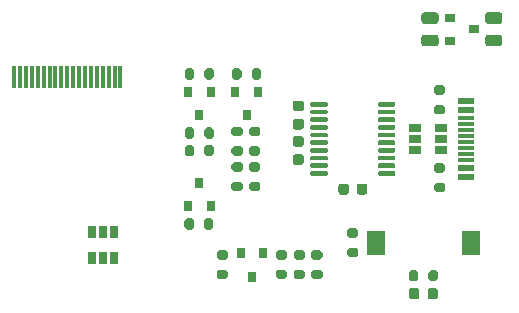
<source format=gbr>
%TF.GenerationSoftware,KiCad,Pcbnew,5.1.9-73d0e3b20d~88~ubuntu20.04.1*%
%TF.CreationDate,2021-04-10T19:31:35+02:00*%
%TF.ProjectId,wally,77616c6c-792e-46b6-9963-61645f706362,v1.00*%
%TF.SameCoordinates,Original*%
%TF.FileFunction,Paste,Top*%
%TF.FilePolarity,Positive*%
%FSLAX46Y46*%
G04 Gerber Fmt 4.6, Leading zero omitted, Abs format (unit mm)*
G04 Created by KiCad (PCBNEW 5.1.9-73d0e3b20d~88~ubuntu20.04.1) date 2021-04-10 19:31:35*
%MOMM*%
%LPD*%
G01*
G04 APERTURE LIST*
%ADD10R,1.060000X0.650000*%
%ADD11R,1.450000X0.300000*%
%ADD12R,1.450000X0.600000*%
%ADD13R,0.300000X1.900000*%
%ADD14R,0.800000X0.900000*%
%ADD15R,0.900000X0.800000*%
%ADD16R,0.650000X1.060000*%
%ADD17R,1.500000X2.000000*%
G04 APERTURE END LIST*
D10*
%TO.C,U3*%
X165500000Y-100000000D03*
X165500000Y-99050000D03*
X165500000Y-100950000D03*
X163300000Y-100950000D03*
X163300000Y-100000000D03*
X163300000Y-99050000D03*
%TD*%
D11*
%TO.C,J1*%
X167555000Y-100250000D03*
X167555000Y-98250000D03*
X167555000Y-98750000D03*
X167555000Y-99250000D03*
X167555000Y-99750000D03*
X167555000Y-100750000D03*
X167555000Y-101250000D03*
X167555000Y-101750000D03*
D12*
X167555000Y-96750000D03*
X167555000Y-97550000D03*
X167555000Y-102450000D03*
X167555000Y-103250000D03*
X167555000Y-103250000D03*
X167555000Y-102450000D03*
X167555000Y-97550000D03*
X167555000Y-96750000D03*
%TD*%
D13*
%TO.C,J3*%
X129325000Y-94750000D03*
X129825000Y-94750000D03*
X130325000Y-94750000D03*
X130825000Y-94750000D03*
X131325000Y-94750000D03*
X131825000Y-94750000D03*
X132325000Y-94750000D03*
X132825000Y-94750000D03*
X133325000Y-94750000D03*
X133825000Y-94750000D03*
X134325000Y-94750000D03*
X134825000Y-94750000D03*
X135325000Y-94750000D03*
X135825000Y-94750000D03*
X136325000Y-94750000D03*
X136825000Y-94750000D03*
X137325000Y-94750000D03*
X137825000Y-94750000D03*
X138325000Y-94750000D03*
%TD*%
%TO.C,C2*%
G36*
G01*
X153640000Y-102205000D02*
X153140000Y-102205000D01*
G75*
G02*
X152915000Y-101980000I0J225000D01*
G01*
X152915000Y-101530000D01*
G75*
G02*
X153140000Y-101305000I225000J0D01*
G01*
X153640000Y-101305000D01*
G75*
G02*
X153865000Y-101530000I0J-225000D01*
G01*
X153865000Y-101980000D01*
G75*
G02*
X153640000Y-102205000I-225000J0D01*
G01*
G37*
G36*
G01*
X153640000Y-100655000D02*
X153140000Y-100655000D01*
G75*
G02*
X152915000Y-100430000I0J225000D01*
G01*
X152915000Y-99980000D01*
G75*
G02*
X153140000Y-99755000I225000J0D01*
G01*
X153640000Y-99755000D01*
G75*
G02*
X153865000Y-99980000I0J-225000D01*
G01*
X153865000Y-100430000D01*
G75*
G02*
X153640000Y-100655000I-225000J0D01*
G01*
G37*
%TD*%
%TO.C,C1*%
G36*
G01*
X153140000Y-98305000D02*
X153640000Y-98305000D01*
G75*
G02*
X153865000Y-98530000I0J-225000D01*
G01*
X153865000Y-98980000D01*
G75*
G02*
X153640000Y-99205000I-225000J0D01*
G01*
X153140000Y-99205000D01*
G75*
G02*
X152915000Y-98980000I0J225000D01*
G01*
X152915000Y-98530000D01*
G75*
G02*
X153140000Y-98305000I225000J0D01*
G01*
G37*
G36*
G01*
X153140000Y-96755000D02*
X153640000Y-96755000D01*
G75*
G02*
X153865000Y-96980000I0J-225000D01*
G01*
X153865000Y-97430000D01*
G75*
G02*
X153640000Y-97655000I-225000J0D01*
G01*
X153140000Y-97655000D01*
G75*
G02*
X152915000Y-97430000I0J225000D01*
G01*
X152915000Y-96980000D01*
G75*
G02*
X153140000Y-96755000I225000J0D01*
G01*
G37*
%TD*%
%TO.C,R3*%
G36*
G01*
X157725000Y-109225000D02*
X158275000Y-109225000D01*
G75*
G02*
X158475000Y-109425000I0J-200000D01*
G01*
X158475000Y-109825000D01*
G75*
G02*
X158275000Y-110025000I-200000J0D01*
G01*
X157725000Y-110025000D01*
G75*
G02*
X157525000Y-109825000I0J200000D01*
G01*
X157525000Y-109425000D01*
G75*
G02*
X157725000Y-109225000I200000J0D01*
G01*
G37*
G36*
G01*
X157725000Y-107575000D02*
X158275000Y-107575000D01*
G75*
G02*
X158475000Y-107775000I0J-200000D01*
G01*
X158475000Y-108175000D01*
G75*
G02*
X158275000Y-108375000I-200000J0D01*
G01*
X157725000Y-108375000D01*
G75*
G02*
X157525000Y-108175000I0J200000D01*
G01*
X157525000Y-107775000D01*
G75*
G02*
X157725000Y-107575000I200000J0D01*
G01*
G37*
%TD*%
%TO.C,R8*%
G36*
G01*
X147775000Y-94775000D02*
X147775000Y-94225000D01*
G75*
G02*
X147975000Y-94025000I200000J0D01*
G01*
X148375000Y-94025000D01*
G75*
G02*
X148575000Y-94225000I0J-200000D01*
G01*
X148575000Y-94775000D01*
G75*
G02*
X148375000Y-94975000I-200000J0D01*
G01*
X147975000Y-94975000D01*
G75*
G02*
X147775000Y-94775000I0J200000D01*
G01*
G37*
G36*
G01*
X149425000Y-94775000D02*
X149425000Y-94225000D01*
G75*
G02*
X149625000Y-94025000I200000J0D01*
G01*
X150025000Y-94025000D01*
G75*
G02*
X150225000Y-94225000I0J-200000D01*
G01*
X150225000Y-94775000D01*
G75*
G02*
X150025000Y-94975000I-200000J0D01*
G01*
X149625000Y-94975000D01*
G75*
G02*
X149425000Y-94775000I0J200000D01*
G01*
G37*
%TD*%
%TO.C,R14*%
G36*
G01*
X143740000Y-107475000D02*
X143740000Y-106925000D01*
G75*
G02*
X143940000Y-106725000I200000J0D01*
G01*
X144340000Y-106725000D01*
G75*
G02*
X144540000Y-106925000I0J-200000D01*
G01*
X144540000Y-107475000D01*
G75*
G02*
X144340000Y-107675000I-200000J0D01*
G01*
X143940000Y-107675000D01*
G75*
G02*
X143740000Y-107475000I0J200000D01*
G01*
G37*
G36*
G01*
X145390000Y-107475000D02*
X145390000Y-106925000D01*
G75*
G02*
X145590000Y-106725000I200000J0D01*
G01*
X145990000Y-106725000D01*
G75*
G02*
X146190000Y-106925000I0J-200000D01*
G01*
X146190000Y-107475000D01*
G75*
G02*
X145990000Y-107675000I-200000J0D01*
G01*
X145590000Y-107675000D01*
G75*
G02*
X145390000Y-107475000I0J200000D01*
G01*
G37*
%TD*%
D14*
%TO.C,Q4*%
X144050000Y-105700000D03*
X145950000Y-105700000D03*
X145000000Y-103700000D03*
%TD*%
%TO.C,Q3*%
X149460000Y-111650000D03*
X148510000Y-109650000D03*
X150410000Y-109650000D03*
%TD*%
%TO.C,C3*%
G36*
G01*
X158325000Y-104500000D02*
X158325000Y-104000000D01*
G75*
G02*
X158550000Y-103775000I225000J0D01*
G01*
X159000000Y-103775000D01*
G75*
G02*
X159225000Y-104000000I0J-225000D01*
G01*
X159225000Y-104500000D01*
G75*
G02*
X159000000Y-104725000I-225000J0D01*
G01*
X158550000Y-104725000D01*
G75*
G02*
X158325000Y-104500000I0J225000D01*
G01*
G37*
G36*
G01*
X156775000Y-104500000D02*
X156775000Y-104000000D01*
G75*
G02*
X157000000Y-103775000I225000J0D01*
G01*
X157450000Y-103775000D01*
G75*
G02*
X157675000Y-104000000I0J-225000D01*
G01*
X157675000Y-104500000D01*
G75*
G02*
X157450000Y-104725000I-225000J0D01*
G01*
X157000000Y-104725000D01*
G75*
G02*
X156775000Y-104500000I0J225000D01*
G01*
G37*
%TD*%
%TO.C,C4*%
G36*
G01*
X169455000Y-91170000D02*
X170405000Y-91170000D01*
G75*
G02*
X170655000Y-91420000I0J-250000D01*
G01*
X170655000Y-91920000D01*
G75*
G02*
X170405000Y-92170000I-250000J0D01*
G01*
X169455000Y-92170000D01*
G75*
G02*
X169205000Y-91920000I0J250000D01*
G01*
X169205000Y-91420000D01*
G75*
G02*
X169455000Y-91170000I250000J0D01*
G01*
G37*
G36*
G01*
X169455000Y-89270000D02*
X170405000Y-89270000D01*
G75*
G02*
X170655000Y-89520000I0J-250000D01*
G01*
X170655000Y-90020000D01*
G75*
G02*
X170405000Y-90270000I-250000J0D01*
G01*
X169455000Y-90270000D01*
G75*
G02*
X169205000Y-90020000I0J250000D01*
G01*
X169205000Y-89520000D01*
G75*
G02*
X169455000Y-89270000I250000J0D01*
G01*
G37*
%TD*%
%TO.C,C5*%
G36*
G01*
X165005000Y-92170000D02*
X164055000Y-92170000D01*
G75*
G02*
X163805000Y-91920000I0J250000D01*
G01*
X163805000Y-91420000D01*
G75*
G02*
X164055000Y-91170000I250000J0D01*
G01*
X165005000Y-91170000D01*
G75*
G02*
X165255000Y-91420000I0J-250000D01*
G01*
X165255000Y-91920000D01*
G75*
G02*
X165005000Y-92170000I-250000J0D01*
G01*
G37*
G36*
G01*
X165005000Y-90270000D02*
X164055000Y-90270000D01*
G75*
G02*
X163805000Y-90020000I0J250000D01*
G01*
X163805000Y-89520000D01*
G75*
G02*
X164055000Y-89270000I250000J0D01*
G01*
X165005000Y-89270000D01*
G75*
G02*
X165255000Y-89520000I0J-250000D01*
G01*
X165255000Y-90020000D01*
G75*
G02*
X165005000Y-90270000I-250000J0D01*
G01*
G37*
%TD*%
%TO.C,Q1*%
X149000000Y-98000000D03*
X148050000Y-96000000D03*
X149950000Y-96000000D03*
%TD*%
%TO.C,Q2*%
X145950000Y-96000000D03*
X144050000Y-96000000D03*
X145000000Y-98000000D03*
%TD*%
%TO.C,R1*%
G36*
G01*
X165635000Y-104515000D02*
X165085000Y-104515000D01*
G75*
G02*
X164885000Y-104315000I0J200000D01*
G01*
X164885000Y-103915000D01*
G75*
G02*
X165085000Y-103715000I200000J0D01*
G01*
X165635000Y-103715000D01*
G75*
G02*
X165835000Y-103915000I0J-200000D01*
G01*
X165835000Y-104315000D01*
G75*
G02*
X165635000Y-104515000I-200000J0D01*
G01*
G37*
G36*
G01*
X165635000Y-102865000D02*
X165085000Y-102865000D01*
G75*
G02*
X164885000Y-102665000I0J200000D01*
G01*
X164885000Y-102265000D01*
G75*
G02*
X165085000Y-102065000I200000J0D01*
G01*
X165635000Y-102065000D01*
G75*
G02*
X165835000Y-102265000I0J-200000D01*
G01*
X165835000Y-102665000D01*
G75*
G02*
X165635000Y-102865000I-200000J0D01*
G01*
G37*
%TD*%
%TO.C,R2*%
G36*
G01*
X165075000Y-97125000D02*
X165625000Y-97125000D01*
G75*
G02*
X165825000Y-97325000I0J-200000D01*
G01*
X165825000Y-97725000D01*
G75*
G02*
X165625000Y-97925000I-200000J0D01*
G01*
X165075000Y-97925000D01*
G75*
G02*
X164875000Y-97725000I0J200000D01*
G01*
X164875000Y-97325000D01*
G75*
G02*
X165075000Y-97125000I200000J0D01*
G01*
G37*
G36*
G01*
X165075000Y-95475000D02*
X165625000Y-95475000D01*
G75*
G02*
X165825000Y-95675000I0J-200000D01*
G01*
X165825000Y-96075000D01*
G75*
G02*
X165625000Y-96275000I-200000J0D01*
G01*
X165075000Y-96275000D01*
G75*
G02*
X164875000Y-96075000I0J200000D01*
G01*
X164875000Y-95675000D01*
G75*
G02*
X165075000Y-95475000I200000J0D01*
G01*
G37*
%TD*%
%TO.C,R4*%
G36*
G01*
X149425000Y-103625000D02*
X149975000Y-103625000D01*
G75*
G02*
X150175000Y-103825000I0J-200000D01*
G01*
X150175000Y-104225000D01*
G75*
G02*
X149975000Y-104425000I-200000J0D01*
G01*
X149425000Y-104425000D01*
G75*
G02*
X149225000Y-104225000I0J200000D01*
G01*
X149225000Y-103825000D01*
G75*
G02*
X149425000Y-103625000I200000J0D01*
G01*
G37*
G36*
G01*
X149425000Y-101975000D02*
X149975000Y-101975000D01*
G75*
G02*
X150175000Y-102175000I0J-200000D01*
G01*
X150175000Y-102575000D01*
G75*
G02*
X149975000Y-102775000I-200000J0D01*
G01*
X149425000Y-102775000D01*
G75*
G02*
X149225000Y-102575000I0J200000D01*
G01*
X149225000Y-102175000D01*
G75*
G02*
X149425000Y-101975000I200000J0D01*
G01*
G37*
%TD*%
%TO.C,R5*%
G36*
G01*
X147925000Y-103625000D02*
X148475000Y-103625000D01*
G75*
G02*
X148675000Y-103825000I0J-200000D01*
G01*
X148675000Y-104225000D01*
G75*
G02*
X148475000Y-104425000I-200000J0D01*
G01*
X147925000Y-104425000D01*
G75*
G02*
X147725000Y-104225000I0J200000D01*
G01*
X147725000Y-103825000D01*
G75*
G02*
X147925000Y-103625000I200000J0D01*
G01*
G37*
G36*
G01*
X147925000Y-101975000D02*
X148475000Y-101975000D01*
G75*
G02*
X148675000Y-102175000I0J-200000D01*
G01*
X148675000Y-102575000D01*
G75*
G02*
X148475000Y-102775000I-200000J0D01*
G01*
X147925000Y-102775000D01*
G75*
G02*
X147725000Y-102575000I0J200000D01*
G01*
X147725000Y-102175000D01*
G75*
G02*
X147925000Y-101975000I200000J0D01*
G01*
G37*
%TD*%
%TO.C,R6*%
G36*
G01*
X149425000Y-98975000D02*
X149975000Y-98975000D01*
G75*
G02*
X150175000Y-99175000I0J-200000D01*
G01*
X150175000Y-99575000D01*
G75*
G02*
X149975000Y-99775000I-200000J0D01*
G01*
X149425000Y-99775000D01*
G75*
G02*
X149225000Y-99575000I0J200000D01*
G01*
X149225000Y-99175000D01*
G75*
G02*
X149425000Y-98975000I200000J0D01*
G01*
G37*
G36*
G01*
X149425000Y-100625000D02*
X149975000Y-100625000D01*
G75*
G02*
X150175000Y-100825000I0J-200000D01*
G01*
X150175000Y-101225000D01*
G75*
G02*
X149975000Y-101425000I-200000J0D01*
G01*
X149425000Y-101425000D01*
G75*
G02*
X149225000Y-101225000I0J200000D01*
G01*
X149225000Y-100825000D01*
G75*
G02*
X149425000Y-100625000I200000J0D01*
G01*
G37*
%TD*%
%TO.C,R7*%
G36*
G01*
X147925000Y-98975000D02*
X148475000Y-98975000D01*
G75*
G02*
X148675000Y-99175000I0J-200000D01*
G01*
X148675000Y-99575000D01*
G75*
G02*
X148475000Y-99775000I-200000J0D01*
G01*
X147925000Y-99775000D01*
G75*
G02*
X147725000Y-99575000I0J200000D01*
G01*
X147725000Y-99175000D01*
G75*
G02*
X147925000Y-98975000I200000J0D01*
G01*
G37*
G36*
G01*
X147925000Y-100625000D02*
X148475000Y-100625000D01*
G75*
G02*
X148675000Y-100825000I0J-200000D01*
G01*
X148675000Y-101225000D01*
G75*
G02*
X148475000Y-101425000I-200000J0D01*
G01*
X147925000Y-101425000D01*
G75*
G02*
X147725000Y-101225000I0J200000D01*
G01*
X147725000Y-100825000D01*
G75*
G02*
X147925000Y-100625000I200000J0D01*
G01*
G37*
%TD*%
%TO.C,R9*%
G36*
G01*
X152235000Y-110225000D02*
X151685000Y-110225000D01*
G75*
G02*
X151485000Y-110025000I0J200000D01*
G01*
X151485000Y-109625000D01*
G75*
G02*
X151685000Y-109425000I200000J0D01*
G01*
X152235000Y-109425000D01*
G75*
G02*
X152435000Y-109625000I0J-200000D01*
G01*
X152435000Y-110025000D01*
G75*
G02*
X152235000Y-110225000I-200000J0D01*
G01*
G37*
G36*
G01*
X152235000Y-111875000D02*
X151685000Y-111875000D01*
G75*
G02*
X151485000Y-111675000I0J200000D01*
G01*
X151485000Y-111275000D01*
G75*
G02*
X151685000Y-111075000I200000J0D01*
G01*
X152235000Y-111075000D01*
G75*
G02*
X152435000Y-111275000I0J-200000D01*
G01*
X152435000Y-111675000D01*
G75*
G02*
X152235000Y-111875000I-200000J0D01*
G01*
G37*
%TD*%
%TO.C,R10*%
G36*
G01*
X145425000Y-99775000D02*
X145425000Y-99225000D01*
G75*
G02*
X145625000Y-99025000I200000J0D01*
G01*
X146025000Y-99025000D01*
G75*
G02*
X146225000Y-99225000I0J-200000D01*
G01*
X146225000Y-99775000D01*
G75*
G02*
X146025000Y-99975000I-200000J0D01*
G01*
X145625000Y-99975000D01*
G75*
G02*
X145425000Y-99775000I0J200000D01*
G01*
G37*
G36*
G01*
X143775000Y-99775000D02*
X143775000Y-99225000D01*
G75*
G02*
X143975000Y-99025000I200000J0D01*
G01*
X144375000Y-99025000D01*
G75*
G02*
X144575000Y-99225000I0J-200000D01*
G01*
X144575000Y-99775000D01*
G75*
G02*
X144375000Y-99975000I-200000J0D01*
G01*
X143975000Y-99975000D01*
G75*
G02*
X143775000Y-99775000I0J200000D01*
G01*
G37*
%TD*%
%TO.C,R11*%
G36*
G01*
X144575000Y-100725000D02*
X144575000Y-101275000D01*
G75*
G02*
X144375000Y-101475000I-200000J0D01*
G01*
X143975000Y-101475000D01*
G75*
G02*
X143775000Y-101275000I0J200000D01*
G01*
X143775000Y-100725000D01*
G75*
G02*
X143975000Y-100525000I200000J0D01*
G01*
X144375000Y-100525000D01*
G75*
G02*
X144575000Y-100725000I0J-200000D01*
G01*
G37*
G36*
G01*
X146225000Y-100725000D02*
X146225000Y-101275000D01*
G75*
G02*
X146025000Y-101475000I-200000J0D01*
G01*
X145625000Y-101475000D01*
G75*
G02*
X145425000Y-101275000I0J200000D01*
G01*
X145425000Y-100725000D01*
G75*
G02*
X145625000Y-100525000I200000J0D01*
G01*
X146025000Y-100525000D01*
G75*
G02*
X146225000Y-100725000I0J-200000D01*
G01*
G37*
%TD*%
%TO.C,R12*%
G36*
G01*
X143775000Y-94775000D02*
X143775000Y-94225000D01*
G75*
G02*
X143975000Y-94025000I200000J0D01*
G01*
X144375000Y-94025000D01*
G75*
G02*
X144575000Y-94225000I0J-200000D01*
G01*
X144575000Y-94775000D01*
G75*
G02*
X144375000Y-94975000I-200000J0D01*
G01*
X143975000Y-94975000D01*
G75*
G02*
X143775000Y-94775000I0J200000D01*
G01*
G37*
G36*
G01*
X145425000Y-94775000D02*
X145425000Y-94225000D01*
G75*
G02*
X145625000Y-94025000I200000J0D01*
G01*
X146025000Y-94025000D01*
G75*
G02*
X146225000Y-94225000I0J-200000D01*
G01*
X146225000Y-94775000D01*
G75*
G02*
X146025000Y-94975000I-200000J0D01*
G01*
X145625000Y-94975000D01*
G75*
G02*
X145425000Y-94775000I0J200000D01*
G01*
G37*
%TD*%
%TO.C,R13*%
G36*
G01*
X146685000Y-109425000D02*
X147235000Y-109425000D01*
G75*
G02*
X147435000Y-109625000I0J-200000D01*
G01*
X147435000Y-110025000D01*
G75*
G02*
X147235000Y-110225000I-200000J0D01*
G01*
X146685000Y-110225000D01*
G75*
G02*
X146485000Y-110025000I0J200000D01*
G01*
X146485000Y-109625000D01*
G75*
G02*
X146685000Y-109425000I200000J0D01*
G01*
G37*
G36*
G01*
X146685000Y-111075000D02*
X147235000Y-111075000D01*
G75*
G02*
X147435000Y-111275000I0J-200000D01*
G01*
X147435000Y-111675000D01*
G75*
G02*
X147235000Y-111875000I-200000J0D01*
G01*
X146685000Y-111875000D01*
G75*
G02*
X146485000Y-111675000I0J200000D01*
G01*
X146485000Y-111275000D01*
G75*
G02*
X146685000Y-111075000I200000J0D01*
G01*
G37*
%TD*%
%TO.C,R15*%
G36*
G01*
X153185000Y-109425000D02*
X153735000Y-109425000D01*
G75*
G02*
X153935000Y-109625000I0J-200000D01*
G01*
X153935000Y-110025000D01*
G75*
G02*
X153735000Y-110225000I-200000J0D01*
G01*
X153185000Y-110225000D01*
G75*
G02*
X152985000Y-110025000I0J200000D01*
G01*
X152985000Y-109625000D01*
G75*
G02*
X153185000Y-109425000I200000J0D01*
G01*
G37*
G36*
G01*
X153185000Y-111075000D02*
X153735000Y-111075000D01*
G75*
G02*
X153935000Y-111275000I0J-200000D01*
G01*
X153935000Y-111675000D01*
G75*
G02*
X153735000Y-111875000I-200000J0D01*
G01*
X153185000Y-111875000D01*
G75*
G02*
X152985000Y-111675000I0J200000D01*
G01*
X152985000Y-111275000D01*
G75*
G02*
X153185000Y-111075000I200000J0D01*
G01*
G37*
%TD*%
%TO.C,R16*%
G36*
G01*
X155235000Y-110225000D02*
X154685000Y-110225000D01*
G75*
G02*
X154485000Y-110025000I0J200000D01*
G01*
X154485000Y-109625000D01*
G75*
G02*
X154685000Y-109425000I200000J0D01*
G01*
X155235000Y-109425000D01*
G75*
G02*
X155435000Y-109625000I0J-200000D01*
G01*
X155435000Y-110025000D01*
G75*
G02*
X155235000Y-110225000I-200000J0D01*
G01*
G37*
G36*
G01*
X155235000Y-111875000D02*
X154685000Y-111875000D01*
G75*
G02*
X154485000Y-111675000I0J200000D01*
G01*
X154485000Y-111275000D01*
G75*
G02*
X154685000Y-111075000I200000J0D01*
G01*
X155235000Y-111075000D01*
G75*
G02*
X155435000Y-111275000I0J-200000D01*
G01*
X155435000Y-111675000D01*
G75*
G02*
X155235000Y-111875000I-200000J0D01*
G01*
G37*
%TD*%
%TO.C,U1*%
G36*
G01*
X160125000Y-97175000D02*
X160125000Y-96975000D01*
G75*
G02*
X160225000Y-96875000I100000J0D01*
G01*
X161500000Y-96875000D01*
G75*
G02*
X161600000Y-96975000I0J-100000D01*
G01*
X161600000Y-97175000D01*
G75*
G02*
X161500000Y-97275000I-100000J0D01*
G01*
X160225000Y-97275000D01*
G75*
G02*
X160125000Y-97175000I0J100000D01*
G01*
G37*
G36*
G01*
X160125000Y-97825000D02*
X160125000Y-97625000D01*
G75*
G02*
X160225000Y-97525000I100000J0D01*
G01*
X161500000Y-97525000D01*
G75*
G02*
X161600000Y-97625000I0J-100000D01*
G01*
X161600000Y-97825000D01*
G75*
G02*
X161500000Y-97925000I-100000J0D01*
G01*
X160225000Y-97925000D01*
G75*
G02*
X160125000Y-97825000I0J100000D01*
G01*
G37*
G36*
G01*
X160125000Y-98475000D02*
X160125000Y-98275000D01*
G75*
G02*
X160225000Y-98175000I100000J0D01*
G01*
X161500000Y-98175000D01*
G75*
G02*
X161600000Y-98275000I0J-100000D01*
G01*
X161600000Y-98475000D01*
G75*
G02*
X161500000Y-98575000I-100000J0D01*
G01*
X160225000Y-98575000D01*
G75*
G02*
X160125000Y-98475000I0J100000D01*
G01*
G37*
G36*
G01*
X160125000Y-99125000D02*
X160125000Y-98925000D01*
G75*
G02*
X160225000Y-98825000I100000J0D01*
G01*
X161500000Y-98825000D01*
G75*
G02*
X161600000Y-98925000I0J-100000D01*
G01*
X161600000Y-99125000D01*
G75*
G02*
X161500000Y-99225000I-100000J0D01*
G01*
X160225000Y-99225000D01*
G75*
G02*
X160125000Y-99125000I0J100000D01*
G01*
G37*
G36*
G01*
X160125000Y-99775000D02*
X160125000Y-99575000D01*
G75*
G02*
X160225000Y-99475000I100000J0D01*
G01*
X161500000Y-99475000D01*
G75*
G02*
X161600000Y-99575000I0J-100000D01*
G01*
X161600000Y-99775000D01*
G75*
G02*
X161500000Y-99875000I-100000J0D01*
G01*
X160225000Y-99875000D01*
G75*
G02*
X160125000Y-99775000I0J100000D01*
G01*
G37*
G36*
G01*
X160125000Y-100425000D02*
X160125000Y-100225000D01*
G75*
G02*
X160225000Y-100125000I100000J0D01*
G01*
X161500000Y-100125000D01*
G75*
G02*
X161600000Y-100225000I0J-100000D01*
G01*
X161600000Y-100425000D01*
G75*
G02*
X161500000Y-100525000I-100000J0D01*
G01*
X160225000Y-100525000D01*
G75*
G02*
X160125000Y-100425000I0J100000D01*
G01*
G37*
G36*
G01*
X160125000Y-101075000D02*
X160125000Y-100875000D01*
G75*
G02*
X160225000Y-100775000I100000J0D01*
G01*
X161500000Y-100775000D01*
G75*
G02*
X161600000Y-100875000I0J-100000D01*
G01*
X161600000Y-101075000D01*
G75*
G02*
X161500000Y-101175000I-100000J0D01*
G01*
X160225000Y-101175000D01*
G75*
G02*
X160125000Y-101075000I0J100000D01*
G01*
G37*
G36*
G01*
X160125000Y-101725000D02*
X160125000Y-101525000D01*
G75*
G02*
X160225000Y-101425000I100000J0D01*
G01*
X161500000Y-101425000D01*
G75*
G02*
X161600000Y-101525000I0J-100000D01*
G01*
X161600000Y-101725000D01*
G75*
G02*
X161500000Y-101825000I-100000J0D01*
G01*
X160225000Y-101825000D01*
G75*
G02*
X160125000Y-101725000I0J100000D01*
G01*
G37*
G36*
G01*
X160125000Y-102375000D02*
X160125000Y-102175000D01*
G75*
G02*
X160225000Y-102075000I100000J0D01*
G01*
X161500000Y-102075000D01*
G75*
G02*
X161600000Y-102175000I0J-100000D01*
G01*
X161600000Y-102375000D01*
G75*
G02*
X161500000Y-102475000I-100000J0D01*
G01*
X160225000Y-102475000D01*
G75*
G02*
X160125000Y-102375000I0J100000D01*
G01*
G37*
G36*
G01*
X160125000Y-103025000D02*
X160125000Y-102825000D01*
G75*
G02*
X160225000Y-102725000I100000J0D01*
G01*
X161500000Y-102725000D01*
G75*
G02*
X161600000Y-102825000I0J-100000D01*
G01*
X161600000Y-103025000D01*
G75*
G02*
X161500000Y-103125000I-100000J0D01*
G01*
X160225000Y-103125000D01*
G75*
G02*
X160125000Y-103025000I0J100000D01*
G01*
G37*
G36*
G01*
X154400000Y-103025000D02*
X154400000Y-102825000D01*
G75*
G02*
X154500000Y-102725000I100000J0D01*
G01*
X155775000Y-102725000D01*
G75*
G02*
X155875000Y-102825000I0J-100000D01*
G01*
X155875000Y-103025000D01*
G75*
G02*
X155775000Y-103125000I-100000J0D01*
G01*
X154500000Y-103125000D01*
G75*
G02*
X154400000Y-103025000I0J100000D01*
G01*
G37*
G36*
G01*
X154400000Y-102375000D02*
X154400000Y-102175000D01*
G75*
G02*
X154500000Y-102075000I100000J0D01*
G01*
X155775000Y-102075000D01*
G75*
G02*
X155875000Y-102175000I0J-100000D01*
G01*
X155875000Y-102375000D01*
G75*
G02*
X155775000Y-102475000I-100000J0D01*
G01*
X154500000Y-102475000D01*
G75*
G02*
X154400000Y-102375000I0J100000D01*
G01*
G37*
G36*
G01*
X154400000Y-101725000D02*
X154400000Y-101525000D01*
G75*
G02*
X154500000Y-101425000I100000J0D01*
G01*
X155775000Y-101425000D01*
G75*
G02*
X155875000Y-101525000I0J-100000D01*
G01*
X155875000Y-101725000D01*
G75*
G02*
X155775000Y-101825000I-100000J0D01*
G01*
X154500000Y-101825000D01*
G75*
G02*
X154400000Y-101725000I0J100000D01*
G01*
G37*
G36*
G01*
X154400000Y-101075000D02*
X154400000Y-100875000D01*
G75*
G02*
X154500000Y-100775000I100000J0D01*
G01*
X155775000Y-100775000D01*
G75*
G02*
X155875000Y-100875000I0J-100000D01*
G01*
X155875000Y-101075000D01*
G75*
G02*
X155775000Y-101175000I-100000J0D01*
G01*
X154500000Y-101175000D01*
G75*
G02*
X154400000Y-101075000I0J100000D01*
G01*
G37*
G36*
G01*
X154400000Y-100425000D02*
X154400000Y-100225000D01*
G75*
G02*
X154500000Y-100125000I100000J0D01*
G01*
X155775000Y-100125000D01*
G75*
G02*
X155875000Y-100225000I0J-100000D01*
G01*
X155875000Y-100425000D01*
G75*
G02*
X155775000Y-100525000I-100000J0D01*
G01*
X154500000Y-100525000D01*
G75*
G02*
X154400000Y-100425000I0J100000D01*
G01*
G37*
G36*
G01*
X154400000Y-99775000D02*
X154400000Y-99575000D01*
G75*
G02*
X154500000Y-99475000I100000J0D01*
G01*
X155775000Y-99475000D01*
G75*
G02*
X155875000Y-99575000I0J-100000D01*
G01*
X155875000Y-99775000D01*
G75*
G02*
X155775000Y-99875000I-100000J0D01*
G01*
X154500000Y-99875000D01*
G75*
G02*
X154400000Y-99775000I0J100000D01*
G01*
G37*
G36*
G01*
X154400000Y-99125000D02*
X154400000Y-98925000D01*
G75*
G02*
X154500000Y-98825000I100000J0D01*
G01*
X155775000Y-98825000D01*
G75*
G02*
X155875000Y-98925000I0J-100000D01*
G01*
X155875000Y-99125000D01*
G75*
G02*
X155775000Y-99225000I-100000J0D01*
G01*
X154500000Y-99225000D01*
G75*
G02*
X154400000Y-99125000I0J100000D01*
G01*
G37*
G36*
G01*
X154400000Y-98475000D02*
X154400000Y-98275000D01*
G75*
G02*
X154500000Y-98175000I100000J0D01*
G01*
X155775000Y-98175000D01*
G75*
G02*
X155875000Y-98275000I0J-100000D01*
G01*
X155875000Y-98475000D01*
G75*
G02*
X155775000Y-98575000I-100000J0D01*
G01*
X154500000Y-98575000D01*
G75*
G02*
X154400000Y-98475000I0J100000D01*
G01*
G37*
G36*
G01*
X154400000Y-97825000D02*
X154400000Y-97625000D01*
G75*
G02*
X154500000Y-97525000I100000J0D01*
G01*
X155775000Y-97525000D01*
G75*
G02*
X155875000Y-97625000I0J-100000D01*
G01*
X155875000Y-97825000D01*
G75*
G02*
X155775000Y-97925000I-100000J0D01*
G01*
X154500000Y-97925000D01*
G75*
G02*
X154400000Y-97825000I0J100000D01*
G01*
G37*
G36*
G01*
X154400000Y-97175000D02*
X154400000Y-96975000D01*
G75*
G02*
X154500000Y-96875000I100000J0D01*
G01*
X155775000Y-96875000D01*
G75*
G02*
X155875000Y-96975000I0J-100000D01*
G01*
X155875000Y-97175000D01*
G75*
G02*
X155775000Y-97275000I-100000J0D01*
G01*
X154500000Y-97275000D01*
G75*
G02*
X154400000Y-97175000I0J100000D01*
G01*
G37*
%TD*%
D15*
%TO.C,U2*%
X168230000Y-90720000D03*
X166230000Y-91670000D03*
X166230000Y-89770000D03*
%TD*%
D16*
%TO.C,D1*%
X136825000Y-107900000D03*
X135875000Y-107900000D03*
X137775000Y-107900000D03*
X137775000Y-110100000D03*
X136825000Y-110100000D03*
X135875000Y-110100000D03*
%TD*%
%TO.C,D2*%
G36*
G01*
X164330000Y-113356250D02*
X164330000Y-112843750D01*
G75*
G02*
X164548750Y-112625000I218750J0D01*
G01*
X164986250Y-112625000D01*
G75*
G02*
X165205000Y-112843750I0J-218750D01*
G01*
X165205000Y-113356250D01*
G75*
G02*
X164986250Y-113575000I-218750J0D01*
G01*
X164548750Y-113575000D01*
G75*
G02*
X164330000Y-113356250I0J218750D01*
G01*
G37*
G36*
G01*
X162755000Y-113356250D02*
X162755000Y-112843750D01*
G75*
G02*
X162973750Y-112625000I218750J0D01*
G01*
X163411250Y-112625000D01*
G75*
G02*
X163630000Y-112843750I0J-218750D01*
G01*
X163630000Y-113356250D01*
G75*
G02*
X163411250Y-113575000I-218750J0D01*
G01*
X162973750Y-113575000D01*
G75*
G02*
X162755000Y-113356250I0J218750D01*
G01*
G37*
%TD*%
%TO.C,R17*%
G36*
G01*
X163555000Y-111315000D02*
X163555000Y-111865000D01*
G75*
G02*
X163355000Y-112065000I-200000J0D01*
G01*
X162955000Y-112065000D01*
G75*
G02*
X162755000Y-111865000I0J200000D01*
G01*
X162755000Y-111315000D01*
G75*
G02*
X162955000Y-111115000I200000J0D01*
G01*
X163355000Y-111115000D01*
G75*
G02*
X163555000Y-111315000I0J-200000D01*
G01*
G37*
G36*
G01*
X165205000Y-111315000D02*
X165205000Y-111865000D01*
G75*
G02*
X165005000Y-112065000I-200000J0D01*
G01*
X164605000Y-112065000D01*
G75*
G02*
X164405000Y-111865000I0J200000D01*
G01*
X164405000Y-111315000D01*
G75*
G02*
X164605000Y-111115000I200000J0D01*
G01*
X165005000Y-111115000D01*
G75*
G02*
X165205000Y-111315000I0J-200000D01*
G01*
G37*
%TD*%
D17*
%TO.C,SW1*%
X160000000Y-108800000D03*
X168000000Y-108800000D03*
%TD*%
M02*

</source>
